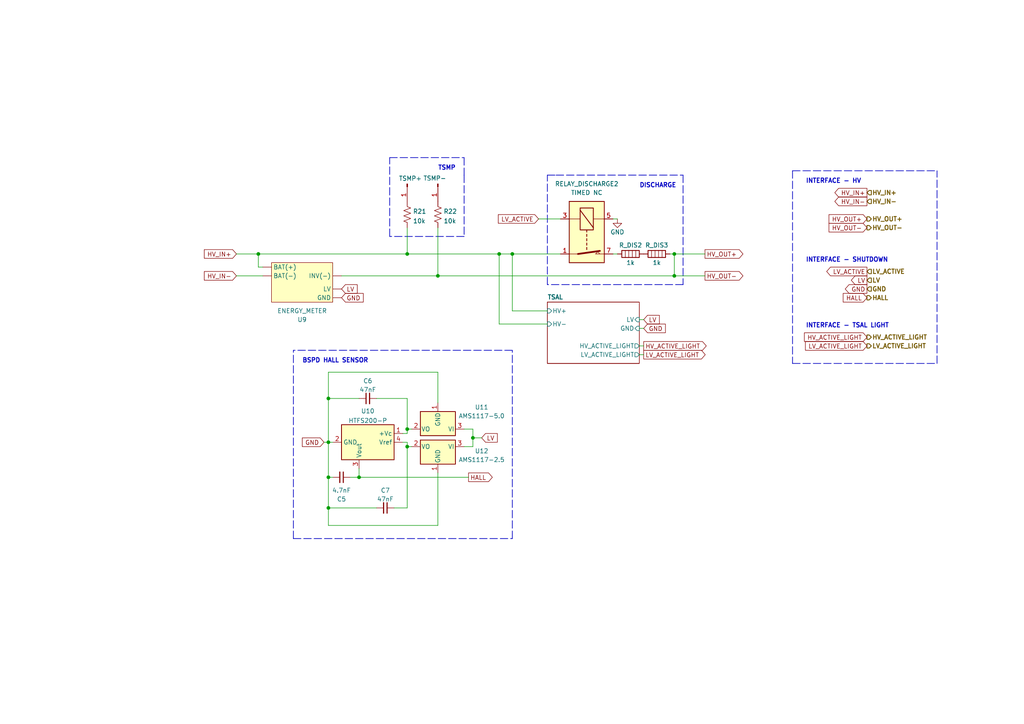
<source format=kicad_sch>
(kicad_sch (version 20211123) (generator eeschema)

  (uuid 7c790b85-3190-4d10-8ca5-7cfa6716b333)

  (paper "A4")

  (lib_symbols
    (symbol "A-FA_PARTS:ENERGY_METER" (in_bom yes) (on_board yes)
      (property "Reference" "U" (id 0) (at 0 10.16 0)
        (effects (font (size 1.27 1.27)))
      )
      (property "Value" "ENERGY_METER" (id 1) (at 0 7.62 0)
        (effects (font (size 1.27 1.27)))
      )
      (property "Footprint" "" (id 2) (at -3.81 5.08 0)
        (effects (font (size 1.27 1.27)) hide)
      )
      (property "Datasheet" "" (id 3) (at -3.81 5.08 0)
        (effects (font (size 1.27 1.27)) hide)
      )
      (symbol "ENERGY_METER_0_1"
        (rectangle (start -8.89 6.35) (end 8.89 -5.08)
          (stroke (width 0.1524) (type default) (color 0 0 0 0))
          (fill (type background))
        )
      )
      (symbol "ENERGY_METER_1_1"
        (pin input line (at -11.43 5.08 0) (length 2.54)
          (name "BAT(+)" (effects (font (size 1.27 1.27))))
          (number "" (effects (font (size 1.27 1.27))))
        )
        (pin input line (at -11.43 2.54 0) (length 2.54)
          (name "BAT(-)" (effects (font (size 1.27 1.27))))
          (number "" (effects (font (size 1.27 1.27))))
        )
        (pin input line (at 11.43 -3.81 180) (length 2.54)
          (name "GND" (effects (font (size 1.27 1.27))))
          (number "" (effects (font (size 1.27 1.27))))
        )
        (pin input line (at 11.43 2.54 180) (length 2.54)
          (name "INV(-)" (effects (font (size 1.27 1.27))))
          (number "" (effects (font (size 1.27 1.27))))
        )
        (pin input line (at 11.43 -1.27 180) (length 2.54)
          (name "LV" (effects (font (size 1.27 1.27))))
          (number "" (effects (font (size 1.27 1.27))))
        )
      )
    )
    (symbol "Connector:Conn_01x01_Male" (pin_names (offset 1.016) hide) (in_bom yes) (on_board yes)
      (property "Reference" "J" (id 0) (at 0 2.54 0)
        (effects (font (size 1.27 1.27)))
      )
      (property "Value" "Conn_01x01_Male" (id 1) (at 0 -2.54 0)
        (effects (font (size 1.27 1.27)))
      )
      (property "Footprint" "" (id 2) (at 0 0 0)
        (effects (font (size 1.27 1.27)) hide)
      )
      (property "Datasheet" "~" (id 3) (at 0 0 0)
        (effects (font (size 1.27 1.27)) hide)
      )
      (property "ki_keywords" "connector" (id 4) (at 0 0 0)
        (effects (font (size 1.27 1.27)) hide)
      )
      (property "ki_description" "Generic connector, single row, 01x01, script generated (kicad-library-utils/schlib/autogen/connector/)" (id 5) (at 0 0 0)
        (effects (font (size 1.27 1.27)) hide)
      )
      (property "ki_fp_filters" "Connector*:*" (id 6) (at 0 0 0)
        (effects (font (size 1.27 1.27)) hide)
      )
      (symbol "Conn_01x01_Male_1_1"
        (polyline
          (pts
            (xy 1.27 0)
            (xy 0.8636 0)
          )
          (stroke (width 0.1524) (type default) (color 0 0 0 0))
          (fill (type none))
        )
        (rectangle (start 0.8636 0.127) (end 0 -0.127)
          (stroke (width 0.1524) (type default) (color 0 0 0 0))
          (fill (type outline))
        )
        (pin passive line (at 5.08 0 180) (length 3.81)
          (name "Pin_1" (effects (font (size 1.27 1.27))))
          (number "1" (effects (font (size 1.27 1.27))))
        )
      )
    )
    (symbol "Device:C_Small" (pin_numbers hide) (pin_names (offset 0.254) hide) (in_bom yes) (on_board yes)
      (property "Reference" "C" (id 0) (at 0.254 1.778 0)
        (effects (font (size 1.27 1.27)) (justify left))
      )
      (property "Value" "C_Small" (id 1) (at 0.254 -2.032 0)
        (effects (font (size 1.27 1.27)) (justify left))
      )
      (property "Footprint" "" (id 2) (at 0 0 0)
        (effects (font (size 1.27 1.27)) hide)
      )
      (property "Datasheet" "~" (id 3) (at 0 0 0)
        (effects (font (size 1.27 1.27)) hide)
      )
      (property "ki_keywords" "capacitor cap" (id 4) (at 0 0 0)
        (effects (font (size 1.27 1.27)) hide)
      )
      (property "ki_description" "Unpolarized capacitor, small symbol" (id 5) (at 0 0 0)
        (effects (font (size 1.27 1.27)) hide)
      )
      (property "ki_fp_filters" "C_*" (id 6) (at 0 0 0)
        (effects (font (size 1.27 1.27)) hide)
      )
      (symbol "C_Small_0_1"
        (polyline
          (pts
            (xy -1.524 -0.508)
            (xy 1.524 -0.508)
          )
          (stroke (width 0.3302) (type default) (color 0 0 0 0))
          (fill (type none))
        )
        (polyline
          (pts
            (xy -1.524 0.508)
            (xy 1.524 0.508)
          )
          (stroke (width 0.3048) (type default) (color 0 0 0 0))
          (fill (type none))
        )
      )
      (symbol "C_Small_1_1"
        (pin passive line (at 0 2.54 270) (length 2.032)
          (name "~" (effects (font (size 1.27 1.27))))
          (number "1" (effects (font (size 1.27 1.27))))
        )
        (pin passive line (at 0 -2.54 90) (length 2.032)
          (name "~" (effects (font (size 1.27 1.27))))
          (number "2" (effects (font (size 1.27 1.27))))
        )
      )
    )
    (symbol "Device:Heater" (pin_numbers hide) (pin_names (offset 0)) (in_bom yes) (on_board yes)
      (property "Reference" "R" (id 0) (at 2.032 0 90)
        (effects (font (size 1.27 1.27)))
      )
      (property "Value" "Heater" (id 1) (at -2.032 0 90)
        (effects (font (size 1.27 1.27)))
      )
      (property "Footprint" "" (id 2) (at -1.778 0 90)
        (effects (font (size 1.27 1.27)) hide)
      )
      (property "Datasheet" "~" (id 3) (at 0 0 0)
        (effects (font (size 1.27 1.27)) hide)
      )
      (property "ki_keywords" "heater R resistor" (id 4) (at 0 0 0)
        (effects (font (size 1.27 1.27)) hide)
      )
      (property "ki_description" "Resistive heater" (id 5) (at 0 0 0)
        (effects (font (size 1.27 1.27)) hide)
      )
      (symbol "Heater_0_1"
        (rectangle (start -1.016 -2.54) (end 1.016 2.54)
          (stroke (width 0.254) (type default) (color 0 0 0 0))
          (fill (type none))
        )
        (polyline
          (pts
            (xy -1.016 1.524)
            (xy 1.016 1.524)
          )
          (stroke (width 0) (type default) (color 0 0 0 0))
          (fill (type none))
        )
        (polyline
          (pts
            (xy 1.016 -1.524)
            (xy -1.016 -1.524)
          )
          (stroke (width 0) (type default) (color 0 0 0 0))
          (fill (type none))
        )
        (polyline
          (pts
            (xy 1.016 -0.508)
            (xy -1.016 -0.508)
          )
          (stroke (width 0) (type default) (color 0 0 0 0))
          (fill (type none))
        )
        (polyline
          (pts
            (xy 1.016 0.508)
            (xy -1.016 0.508)
          )
          (stroke (width 0) (type default) (color 0 0 0 0))
          (fill (type none))
        )
      )
      (symbol "Heater_1_1"
        (pin passive line (at 0 3.81 270) (length 1.27)
          (name "~" (effects (font (size 1.27 1.27))))
          (number "1" (effects (font (size 1.27 1.27))))
        )
        (pin passive line (at 0 -3.81 90) (length 1.27)
          (name "~" (effects (font (size 1.27 1.27))))
          (number "2" (effects (font (size 1.27 1.27))))
        )
      )
    )
    (symbol "Device:R_US" (pin_numbers hide) (pin_names (offset 0)) (in_bom yes) (on_board yes)
      (property "Reference" "R" (id 0) (at 2.54 0 90)
        (effects (font (size 1.27 1.27)))
      )
      (property "Value" "R_US" (id 1) (at -2.54 0 90)
        (effects (font (size 1.27 1.27)))
      )
      (property "Footprint" "" (id 2) (at 1.016 -0.254 90)
        (effects (font (size 1.27 1.27)) hide)
      )
      (property "Datasheet" "~" (id 3) (at 0 0 0)
        (effects (font (size 1.27 1.27)) hide)
      )
      (property "ki_keywords" "R res resistor" (id 4) (at 0 0 0)
        (effects (font (size 1.27 1.27)) hide)
      )
      (property "ki_description" "Resistor, US symbol" (id 5) (at 0 0 0)
        (effects (font (size 1.27 1.27)) hide)
      )
      (property "ki_fp_filters" "R_*" (id 6) (at 0 0 0)
        (effects (font (size 1.27 1.27)) hide)
      )
      (symbol "R_US_0_1"
        (polyline
          (pts
            (xy 0 -2.286)
            (xy 0 -2.54)
          )
          (stroke (width 0) (type default) (color 0 0 0 0))
          (fill (type none))
        )
        (polyline
          (pts
            (xy 0 2.286)
            (xy 0 2.54)
          )
          (stroke (width 0) (type default) (color 0 0 0 0))
          (fill (type none))
        )
        (polyline
          (pts
            (xy 0 -0.762)
            (xy 1.016 -1.143)
            (xy 0 -1.524)
            (xy -1.016 -1.905)
            (xy 0 -2.286)
          )
          (stroke (width 0) (type default) (color 0 0 0 0))
          (fill (type none))
        )
        (polyline
          (pts
            (xy 0 0.762)
            (xy 1.016 0.381)
            (xy 0 0)
            (xy -1.016 -0.381)
            (xy 0 -0.762)
          )
          (stroke (width 0) (type default) (color 0 0 0 0))
          (fill (type none))
        )
        (polyline
          (pts
            (xy 0 2.286)
            (xy 1.016 1.905)
            (xy 0 1.524)
            (xy -1.016 1.143)
            (xy 0 0.762)
          )
          (stroke (width 0) (type default) (color 0 0 0 0))
          (fill (type none))
        )
      )
      (symbol "R_US_1_1"
        (pin passive line (at 0 3.81 270) (length 1.27)
          (name "~" (effects (font (size 1.27 1.27))))
          (number "1" (effects (font (size 1.27 1.27))))
        )
        (pin passive line (at 0 -3.81 90) (length 1.27)
          (name "~" (effects (font (size 1.27 1.27))))
          (number "2" (effects (font (size 1.27 1.27))))
        )
      )
    )
    (symbol "Regulator_Linear:AMS1117-2.5" (pin_names (offset 0.254)) (in_bom yes) (on_board yes)
      (property "Reference" "U" (id 0) (at -3.81 3.175 0)
        (effects (font (size 1.27 1.27)))
      )
      (property "Value" "AMS1117-2.5" (id 1) (at 0 3.175 0)
        (effects (font (size 1.27 1.27)) (justify left))
      )
      (property "Footprint" "Package_TO_SOT_SMD:SOT-223-3_TabPin2" (id 2) (at 0 5.08 0)
        (effects (font (size 1.27 1.27)) hide)
      )
      (property "Datasheet" "http://www.advanced-monolithic.com/pdf/ds1117.pdf" (id 3) (at 2.54 -6.35 0)
        (effects (font (size 1.27 1.27)) hide)
      )
      (property "ki_keywords" "linear regulator ldo fixed positive" (id 4) (at 0 0 0)
        (effects (font (size 1.27 1.27)) hide)
      )
      (property "ki_description" "1A Low Dropout regulator, positive, 2.5V fixed output, SOT-223" (id 5) (at 0 0 0)
        (effects (font (size 1.27 1.27)) hide)
      )
      (property "ki_fp_filters" "SOT?223*TabPin2*" (id 6) (at 0 0 0)
        (effects (font (size 1.27 1.27)) hide)
      )
      (symbol "AMS1117-2.5_0_1"
        (rectangle (start -5.08 -5.08) (end 5.08 1.905)
          (stroke (width 0.254) (type default) (color 0 0 0 0))
          (fill (type background))
        )
      )
      (symbol "AMS1117-2.5_1_1"
        (pin power_in line (at 0 -7.62 90) (length 2.54)
          (name "GND" (effects (font (size 1.27 1.27))))
          (number "1" (effects (font (size 1.27 1.27))))
        )
        (pin power_out line (at 7.62 0 180) (length 2.54)
          (name "VO" (effects (font (size 1.27 1.27))))
          (number "2" (effects (font (size 1.27 1.27))))
        )
        (pin power_in line (at -7.62 0 0) (length 2.54)
          (name "VI" (effects (font (size 1.27 1.27))))
          (number "3" (effects (font (size 1.27 1.27))))
        )
      )
    )
    (symbol "Regulator_Linear:AMS1117-5.0" (pin_names (offset 0.254)) (in_bom yes) (on_board yes)
      (property "Reference" "U" (id 0) (at -3.81 3.175 0)
        (effects (font (size 1.27 1.27)))
      )
      (property "Value" "AMS1117-5.0" (id 1) (at 0 3.175 0)
        (effects (font (size 1.27 1.27)) (justify left))
      )
      (property "Footprint" "Package_TO_SOT_SMD:SOT-223-3_TabPin2" (id 2) (at 0 5.08 0)
        (effects (font (size 1.27 1.27)) hide)
      )
      (property "Datasheet" "http://www.advanced-monolithic.com/pdf/ds1117.pdf" (id 3) (at 2.54 -6.35 0)
        (effects (font (size 1.27 1.27)) hide)
      )
      (property "ki_keywords" "linear regulator ldo fixed positive" (id 4) (at 0 0 0)
        (effects (font (size 1.27 1.27)) hide)
      )
      (property "ki_description" "1A Low Dropout regulator, positive, 5.0V fixed output, SOT-223" (id 5) (at 0 0 0)
        (effects (font (size 1.27 1.27)) hide)
      )
      (property "ki_fp_filters" "SOT?223*TabPin2*" (id 6) (at 0 0 0)
        (effects (font (size 1.27 1.27)) hide)
      )
      (symbol "AMS1117-5.0_0_1"
        (rectangle (start -5.08 -5.08) (end 5.08 1.905)
          (stroke (width 0.254) (type default) (color 0 0 0 0))
          (fill (type background))
        )
      )
      (symbol "AMS1117-5.0_1_1"
        (pin power_in line (at 0 -7.62 90) (length 2.54)
          (name "GND" (effects (font (size 1.27 1.27))))
          (number "1" (effects (font (size 1.27 1.27))))
        )
        (pin power_out line (at 7.62 0 180) (length 2.54)
          (name "VO" (effects (font (size 1.27 1.27))))
          (number "2" (effects (font (size 1.27 1.27))))
        )
        (pin power_in line (at -7.62 0 0) (length 2.54)
          (name "VI" (effects (font (size 1.27 1.27))))
          (number "3" (effects (font (size 1.27 1.27))))
        )
      )
    )
    (symbol "Relay:MSxx-1Bxx-75" (in_bom yes) (on_board yes)
      (property "Reference" "K" (id 0) (at 8.89 3.81 0)
        (effects (font (size 1.27 1.27)) (justify left))
      )
      (property "Value" "MSxx-1Bxx-75" (id 1) (at 8.89 1.27 0)
        (effects (font (size 1.27 1.27)) (justify left))
      )
      (property "Footprint" "Relay_THT:Relay_SPST_StandexMeder_MS_Form1AB" (id 2) (at 8.89 -1.27 0)
        (effects (font (size 1.27 1.27)) (justify left) hide)
      )
      (property "Datasheet" "https://standexelectronics.com/de/produkte/ms-reed-relais/" (id 3) (at 0 0 0)
        (effects (font (size 1.27 1.27)) hide)
      )
      (property "ki_keywords" "Single Pole Reed Relay SPST" (id 4) (at 0 0 0)
        (effects (font (size 1.27 1.27)) hide)
      )
      (property "ki_description" "Standex Meder MS reed relay, SPST, Opening Contact" (id 5) (at 0 0 0)
        (effects (font (size 1.27 1.27)) hide)
      )
      (property "ki_fp_filters" "Relay*SPST*StandexMeder*MS*Form1AB*" (id 6) (at 0 0 0)
        (effects (font (size 1.27 1.27)) hide)
      )
      (symbol "MSxx-1Bxx-75_0_0"
        (polyline
          (pts
            (xy 5.08 5.08)
            (xy 5.08 2.54)
            (xy 4.445 3.175)
            (xy 5.08 3.81)
          )
          (stroke (width 0) (type default) (color 0 0 0 0))
          (fill (type none))
        )
      )
      (symbol "MSxx-1Bxx-75_0_1"
        (rectangle (start -10.16 5.08) (end 7.62 -5.08)
          (stroke (width 0.254) (type default) (color 0 0 0 0))
          (fill (type background))
        )
        (rectangle (start -8.255 1.905) (end -1.905 -1.905)
          (stroke (width 0.254) (type default) (color 0 0 0 0))
          (fill (type none))
        )
        (polyline
          (pts
            (xy -7.62 -1.905)
            (xy -2.54 1.905)
          )
          (stroke (width 0.254) (type default) (color 0 0 0 0))
          (fill (type none))
        )
        (polyline
          (pts
            (xy -5.08 -5.08)
            (xy -5.08 -1.905)
          )
          (stroke (width 0) (type default) (color 0 0 0 0))
          (fill (type none))
        )
        (polyline
          (pts
            (xy -5.08 5.08)
            (xy -5.08 1.905)
          )
          (stroke (width 0) (type default) (color 0 0 0 0))
          (fill (type none))
        )
        (polyline
          (pts
            (xy -1.905 0)
            (xy -1.27 0)
          )
          (stroke (width 0.254) (type default) (color 0 0 0 0))
          (fill (type none))
        )
        (polyline
          (pts
            (xy -0.635 0)
            (xy 0 0)
          )
          (stroke (width 0.254) (type default) (color 0 0 0 0))
          (fill (type none))
        )
        (polyline
          (pts
            (xy 0.635 0)
            (xy 1.27 0)
          )
          (stroke (width 0.254) (type default) (color 0 0 0 0))
          (fill (type none))
        )
        (polyline
          (pts
            (xy 1.905 0)
            (xy 2.54 0)
          )
          (stroke (width 0.254) (type default) (color 0 0 0 0))
          (fill (type none))
        )
        (polyline
          (pts
            (xy 3.175 0)
            (xy 3.81 0)
          )
          (stroke (width 0.254) (type default) (color 0 0 0 0))
          (fill (type none))
        )
        (polyline
          (pts
            (xy 5.08 -2.54)
            (xy 4.191 3.81)
          )
          (stroke (width 0.508) (type default) (color 0 0 0 0))
          (fill (type none))
        )
        (polyline
          (pts
            (xy 5.08 -2.54)
            (xy 5.08 -5.08)
          )
          (stroke (width 0) (type default) (color 0 0 0 0))
          (fill (type none))
        )
      )
      (symbol "MSxx-1Bxx-75_1_1"
        (pin passive line (at 5.08 -7.62 90) (length 2.54)
          (name "~" (effects (font (size 1.27 1.27))))
          (number "1" (effects (font (size 1.27 1.27))))
        )
        (pin passive line (at -5.08 -7.62 90) (length 2.54)
          (name "~" (effects (font (size 1.27 1.27))))
          (number "3" (effects (font (size 1.27 1.27))))
        )
        (pin passive line (at -5.08 7.62 270) (length 2.54)
          (name "~" (effects (font (size 1.27 1.27))))
          (number "5" (effects (font (size 1.27 1.27))))
        )
        (pin passive line (at 5.08 7.62 270) (length 2.54)
          (name "~" (effects (font (size 1.27 1.27))))
          (number "7" (effects (font (size 1.27 1.27))))
        )
      )
    )
    (symbol "Sensor_Current:HTFS200-P" (in_bom yes) (on_board yes)
      (property "Reference" "U" (id 0) (at 0 12.7 0)
        (effects (font (size 1.27 1.27)) (justify right))
      )
      (property "Value" "HTFS200-P" (id 1) (at 0 10.16 0)
        (effects (font (size 1.27 1.27)) (justify right))
      )
      (property "Footprint" "Sensor_Current:LEM_HTFS" (id 2) (at 0 0 0)
        (effects (font (size 1.27 1.27)) hide)
      )
      (property "Datasheet" "https://www.lem.com/sites/default/files/products_datasheets/htfs_200_800-p.pdf" (id 3) (at 0 0 0)
        (effects (font (size 1.27 1.27)) hide)
      )
      (property "ki_keywords" "current transducer" (id 4) (at 0 0 0)
        (effects (font (size 1.27 1.27)) hide)
      )
      (property "ki_description" "Current Transducer, 200A, Unipolar, 5V" (id 5) (at 0 0 0)
        (effects (font (size 1.27 1.27)) hide)
      )
      (property "ki_fp_filters" "LEM*HTFS*" (id 6) (at 0 0 0)
        (effects (font (size 1.27 1.27)) hide)
      )
      (symbol "HTFS200-P_0_1"
        (rectangle (start 0 7.62) (end 10.16 -7.62)
          (stroke (width 0.254) (type default) (color 0 0 0 0))
          (fill (type background))
        )
      )
      (symbol "HTFS200-P_1_1"
        (pin power_in line (at 2.54 10.16 270) (length 2.54)
          (name "+Vc" (effects (font (size 1.27 1.27))))
          (number "1" (effects (font (size 1.27 1.27))))
        )
        (pin power_in line (at 5.08 -10.16 90) (length 2.54)
          (name "GND" (effects (font (size 1.27 1.27))))
          (number "2" (effects (font (size 1.27 1.27))))
        )
        (pin output line (at 12.7 -2.54 180) (length 2.54)
          (name "Vout" (effects (font (size 1.27 1.27))))
          (number "3" (effects (font (size 1.27 1.27))))
        )
        (pin passive line (at 5.08 10.16 270) (length 2.54)
          (name "Vref" (effects (font (size 1.27 1.27))))
          (number "4" (effects (font (size 1.27 1.27))))
        )
      )
    )
    (symbol "power:GND" (power) (pin_names (offset 0)) (in_bom yes) (on_board yes)
      (property "Reference" "#PWR" (id 0) (at 0 -6.35 0)
        (effects (font (size 1.27 1.27)) hide)
      )
      (property "Value" "GND" (id 1) (at 0 -3.81 0)
        (effects (font (size 1.27 1.27)))
      )
      (property "Footprint" "" (id 2) (at 0 0 0)
        (effects (font (size 1.27 1.27)) hide)
      )
      (property "Datasheet" "" (id 3) (at 0 0 0)
        (effects (font (size 1.27 1.27)) hide)
      )
      (property "ki_keywords" "power-flag" (id 4) (at 0 0 0)
        (effects (font (size 1.27 1.27)) hide)
      )
      (property "ki_description" "Power symbol creates a global label with name \"GND\" , ground" (id 5) (at 0 0 0)
        (effects (font (size 1.27 1.27)) hide)
      )
      (symbol "GND_0_1"
        (polyline
          (pts
            (xy 0 0)
            (xy 0 -1.27)
            (xy 1.27 -1.27)
            (xy 0 -2.54)
            (xy -1.27 -1.27)
            (xy 0 -1.27)
          )
          (stroke (width 0) (type default) (color 0 0 0 0))
          (fill (type none))
        )
      )
      (symbol "GND_1_1"
        (pin power_in line (at 0 0 270) (length 0) hide
          (name "GND" (effects (font (size 1.27 1.27))))
          (number "1" (effects (font (size 1.27 1.27))))
        )
      )
    )
  )

  (junction (at 95.25 138.43) (diameter 0) (color 0 0 0 0)
    (uuid 00e06909-2ba2-41ef-831c-c491b65a3bd0)
  )
  (junction (at 148.59 73.66) (diameter 0) (color 0 0 0 0)
    (uuid 1700430a-af9b-470e-adac-938ea2050f82)
  )
  (junction (at 118.11 129.54) (diameter 0) (color 0 0 0 0)
    (uuid 309db60c-904a-426c-b14f-a7835dcf20f5)
  )
  (junction (at 95.25 115.57) (diameter 0) (color 0 0 0 0)
    (uuid 32c07969-83f2-479a-aba1-b69845c71d5f)
  )
  (junction (at 118.11 73.66) (diameter 0) (color 0 0 0 0)
    (uuid 384e53d3-f3db-46bf-aaa6-6adfeede668e)
  )
  (junction (at 127 80.01) (diameter 0) (color 0 0 0 0)
    (uuid 3f7972e0-55dd-4b70-83bf-9af1e3643ef7)
  )
  (junction (at 95.25 128.27) (diameter 0) (color 0 0 0 0)
    (uuid 581ac4ed-2dee-4556-98b7-63b09b8f0ec2)
  )
  (junction (at 118.11 124.46) (diameter 0) (color 0 0 0 0)
    (uuid 6b8a4d1e-df8b-42d8-9b6d-df01d1548cf5)
  )
  (junction (at 144.78 73.66) (diameter 0) (color 0 0 0 0)
    (uuid 83abe47d-c5bd-44ac-8c46-e5e31e9e5838)
  )
  (junction (at 137.16 127) (diameter 0) (color 0 0 0 0)
    (uuid 9bee3475-3047-46d4-a1a6-2e7a6e5333cf)
  )
  (junction (at 195.58 73.66) (diameter 0) (color 0 0 0 0)
    (uuid 9d08428e-3fec-42c4-8f5b-fad37d900919)
  )
  (junction (at 104.14 138.43) (diameter 0) (color 0 0 0 0)
    (uuid a5eb52af-d85c-42fc-955d-6bafb8ee7f4c)
  )
  (junction (at 74.93 73.66) (diameter 0) (color 0 0 0 0)
    (uuid a9611eb8-31e6-425a-8e53-d3ae96ecb22b)
  )
  (junction (at 95.25 147.32) (diameter 0) (color 0 0 0 0)
    (uuid c34ca9e2-cda0-417b-87fd-262f08f847f6)
  )
  (junction (at 195.58 80.01) (diameter 0) (color 0 0 0 0)
    (uuid e6d6be1a-880f-441a-80d4-9acf743e8662)
  )

  (wire (pts (xy 118.11 66.04) (xy 118.11 73.66))
    (stroke (width 0) (type default) (color 0 0 0 0))
    (uuid 03702e79-ae65-488d-82f7-c563f4554a9a)
  )
  (polyline (pts (xy 134.62 50.8) (xy 134.62 68.58))
    (stroke (width 0.2) (type default) (color 0 0 0 0))
    (uuid 092f8ccd-9863-41b5-bc1e-fb785c830d4b)
  )
  (polyline (pts (xy 134.62 68.58) (xy 113.03 68.58))
    (stroke (width 0.2) (type default) (color 0 0 0 0))
    (uuid 10162b76-ae8e-419a-8fa6-6762c8ab01c3)
  )

  (wire (pts (xy 118.11 124.46) (xy 118.11 115.57))
    (stroke (width 0) (type default) (color 0 0 0 0))
    (uuid 1094a403-c3db-4e9b-aa31-e37e6e887958)
  )
  (polyline (pts (xy 85.09 156.21) (xy 148.59 156.21))
    (stroke (width 0.2) (type default) (color 0 0 0 0))
    (uuid 12319532-42a0-47e2-9f2e-bdea354a6032)
  )
  (polyline (pts (xy 113.03 45.72) (xy 134.62 45.72))
    (stroke (width 0.2) (type default) (color 0 0 0 0))
    (uuid 16385cb3-4569-49cb-9760-b19231723515)
  )

  (wire (pts (xy 118.11 147.32) (xy 114.3 147.32))
    (stroke (width 0) (type default) (color 0 0 0 0))
    (uuid 17c56bd9-707e-4350-b55f-fb7b82fa6802)
  )
  (wire (pts (xy 158.75 93.98) (xy 144.78 93.98))
    (stroke (width 0) (type default) (color 0 0 0 0))
    (uuid 19eec256-430a-4971-aada-8039a2ba53af)
  )
  (wire (pts (xy 95.25 152.4) (xy 95.25 147.32))
    (stroke (width 0) (type default) (color 0 0 0 0))
    (uuid 21344c5d-ec0a-4003-98da-029b78a63d2c)
  )
  (wire (pts (xy 185.42 102.87) (xy 186.69 102.87))
    (stroke (width 0) (type default) (color 0 0 0 0))
    (uuid 295914cd-7766-4f01-9c43-439d1b7ab11e)
  )
  (wire (pts (xy 148.59 73.66) (xy 162.56 73.66))
    (stroke (width 0) (type default) (color 0 0 0 0))
    (uuid 2b1868bb-0a1a-4056-9938-db19239d38cb)
  )
  (wire (pts (xy 118.11 128.27) (xy 118.11 129.54))
    (stroke (width 0) (type default) (color 0 0 0 0))
    (uuid 317a052d-665d-4ba7-a600-3b505ea2ff39)
  )
  (wire (pts (xy 148.59 90.17) (xy 148.59 73.66))
    (stroke (width 0) (type default) (color 0 0 0 0))
    (uuid 3a136724-4b08-43aa-9112-a254a1ca900a)
  )
  (wire (pts (xy 158.75 90.17) (xy 148.59 90.17))
    (stroke (width 0) (type default) (color 0 0 0 0))
    (uuid 3b5f654c-2926-48e6-ada6-adc399ac8d6d)
  )
  (wire (pts (xy 118.11 129.54) (xy 118.11 147.32))
    (stroke (width 0) (type default) (color 0 0 0 0))
    (uuid 3bece6da-e080-49f6-97cf-5880a5b095f4)
  )
  (wire (pts (xy 93.98 128.27) (xy 95.25 128.27))
    (stroke (width 0) (type default) (color 0 0 0 0))
    (uuid 43b77a7a-beb0-4852-9d2f-154dddeb0f0b)
  )
  (wire (pts (xy 109.22 147.32) (xy 95.25 147.32))
    (stroke (width 0) (type default) (color 0 0 0 0))
    (uuid 450d5c94-4fa5-4e79-9265-1d635b294898)
  )
  (polyline (pts (xy 198.12 50.8) (xy 198.12 82.55))
    (stroke (width 0.2) (type default) (color 0 0 0 0))
    (uuid 464d960f-a1db-4fe7-bd1b-632d20be1a40)
  )
  (polyline (pts (xy 271.78 105.41) (xy 271.78 49.53))
    (stroke (width 0.2) (type default) (color 0 0 0 0))
    (uuid 47fe08c3-548b-49a6-a824-e11f1f261a2c)
  )

  (wire (pts (xy 144.78 73.66) (xy 148.59 73.66))
    (stroke (width 0) (type default) (color 0 0 0 0))
    (uuid 496fa340-1494-421f-9a77-5dadf683bde0)
  )
  (wire (pts (xy 127 152.4) (xy 95.25 152.4))
    (stroke (width 0) (type default) (color 0 0 0 0))
    (uuid 54048deb-fae8-48c5-bb6b-c2ca80fa50f9)
  )
  (wire (pts (xy 95.25 128.27) (xy 96.52 128.27))
    (stroke (width 0) (type default) (color 0 0 0 0))
    (uuid 54a8fa01-08cd-4ecc-afff-dedad7d4105f)
  )
  (wire (pts (xy 185.42 92.71) (xy 186.69 92.71))
    (stroke (width 0) (type default) (color 0 0 0 0))
    (uuid 55f59da3-6f1b-476b-a25f-3e5e832cf695)
  )
  (wire (pts (xy 95.25 128.27) (xy 95.25 138.43))
    (stroke (width 0) (type default) (color 0 0 0 0))
    (uuid 56531d54-691a-48b8-bf65-84a0ccc5383b)
  )
  (wire (pts (xy 95.25 147.32) (xy 95.25 138.43))
    (stroke (width 0) (type default) (color 0 0 0 0))
    (uuid 5667a237-a50d-4bac-819f-7d392b49512c)
  )
  (polyline (pts (xy 198.12 82.55) (xy 158.75 82.55))
    (stroke (width 0.2) (type default) (color 0 0 0 0))
    (uuid 56b3d79e-8524-4990-b53c-8b76a1ff9ee3)
  )
  (polyline (pts (xy 148.59 156.21) (xy 148.59 101.6))
    (stroke (width 0.2) (type default) (color 0 0 0 0))
    (uuid 62720471-b52b-472d-8b04-538ecbbb9d09)
  )

  (wire (pts (xy 68.58 80.01) (xy 76.2 80.01))
    (stroke (width 0) (type default) (color 0 0 0 0))
    (uuid 62b791db-3eb7-4d77-a963-5cbbbf7201a1)
  )
  (wire (pts (xy 137.16 127) (xy 139.7 127))
    (stroke (width 0) (type default) (color 0 0 0 0))
    (uuid 6adc1eea-8062-40a4-9949-0adc7ee07c2f)
  )
  (polyline (pts (xy 161.29 50.8) (xy 198.12 50.8))
    (stroke (width 0.2) (type default) (color 0 0 0 0))
    (uuid 6c7c62f6-8bf0-4930-a92c-534652aa27af)
  )
  (polyline (pts (xy 229.87 105.41) (xy 271.78 105.41))
    (stroke (width 0.2) (type default) (color 0 0 0 0))
    (uuid 6deb9d3d-24fa-4d2c-b8ec-54d76c2f3549)
  )

  (wire (pts (xy 101.6 138.43) (xy 104.14 138.43))
    (stroke (width 0) (type default) (color 0 0 0 0))
    (uuid 72415b1a-a96a-4a75-b38e-5c52403da71d)
  )
  (wire (pts (xy 134.62 129.54) (xy 137.16 129.54))
    (stroke (width 0) (type default) (color 0 0 0 0))
    (uuid 77a5bedd-86b4-40ed-ad32-ff3235d95022)
  )
  (wire (pts (xy 116.84 128.27) (xy 118.11 128.27))
    (stroke (width 0) (type default) (color 0 0 0 0))
    (uuid 797ca71c-83d0-4b51-b426-13078623e9f1)
  )
  (wire (pts (xy 95.25 115.57) (xy 95.25 128.27))
    (stroke (width 0) (type default) (color 0 0 0 0))
    (uuid 7ac64930-0eaf-4c9c-801a-7f1dc8d5b05b)
  )
  (wire (pts (xy 134.62 124.46) (xy 137.16 124.46))
    (stroke (width 0) (type default) (color 0 0 0 0))
    (uuid 87d80200-0cce-4fb1-89e2-d3ab87f9ae55)
  )
  (wire (pts (xy 179.07 63.5) (xy 177.8 63.5))
    (stroke (width 0) (type default) (color 0 0 0 0))
    (uuid 8d22b341-7c46-4f8d-ba93-f845393db476)
  )
  (wire (pts (xy 195.58 80.01) (xy 204.47 80.01))
    (stroke (width 0) (type default) (color 0 0 0 0))
    (uuid 97d4243c-abbc-48c8-bb8d-92e4778d7695)
  )
  (wire (pts (xy 76.2 77.47) (xy 74.93 77.47))
    (stroke (width 0) (type default) (color 0 0 0 0))
    (uuid 9880b843-61f3-449b-8dc6-90a5ea50d7c8)
  )
  (wire (pts (xy 68.58 73.66) (xy 74.93 73.66))
    (stroke (width 0) (type default) (color 0 0 0 0))
    (uuid 9ad87614-7ef2-4eb8-ac51-3b1c9ea4ff9b)
  )
  (wire (pts (xy 99.06 80.01) (xy 127 80.01))
    (stroke (width 0) (type default) (color 0 0 0 0))
    (uuid 9ecc9593-274c-480e-b9c8-4fd2a7b7488f)
  )
  (wire (pts (xy 179.07 73.66) (xy 177.8 73.66))
    (stroke (width 0) (type default) (color 0 0 0 0))
    (uuid 9f69d37b-a605-407b-a97b-c40eaa49c59a)
  )
  (wire (pts (xy 144.78 93.98) (xy 144.78 73.66))
    (stroke (width 0) (type default) (color 0 0 0 0))
    (uuid a5d45039-4cc4-4810-9ee4-6a4714a19001)
  )
  (wire (pts (xy 137.16 124.46) (xy 137.16 127))
    (stroke (width 0) (type default) (color 0 0 0 0))
    (uuid aa941867-72b2-4c6e-80f3-da756d1e0e6c)
  )
  (wire (pts (xy 104.14 135.89) (xy 104.14 138.43))
    (stroke (width 0) (type default) (color 0 0 0 0))
    (uuid ab854ce3-f05a-4458-a7ad-25a9e6512bfc)
  )
  (wire (pts (xy 118.11 125.73) (xy 118.11 124.46))
    (stroke (width 0) (type default) (color 0 0 0 0))
    (uuid ad205315-4084-4cb3-931b-3119107752d7)
  )
  (wire (pts (xy 95.25 107.95) (xy 95.25 115.57))
    (stroke (width 0) (type default) (color 0 0 0 0))
    (uuid af6df41f-4950-4398-9b49-2ebe88abe8af)
  )
  (wire (pts (xy 185.42 100.33) (xy 186.69 100.33))
    (stroke (width 0) (type default) (color 0 0 0 0))
    (uuid b136cd0d-8737-4a2e-86b5-06b85d371e28)
  )
  (wire (pts (xy 119.38 129.54) (xy 118.11 129.54))
    (stroke (width 0) (type default) (color 0 0 0 0))
    (uuid b2eacbd4-69c0-4152-a685-45d6c89b82fe)
  )
  (wire (pts (xy 195.58 73.66) (xy 195.58 80.01))
    (stroke (width 0) (type default) (color 0 0 0 0))
    (uuid b33e75a5-2093-4bba-bbfe-3e481aebf227)
  )
  (wire (pts (xy 104.14 138.43) (xy 135.89 138.43))
    (stroke (width 0) (type default) (color 0 0 0 0))
    (uuid b36fe48c-d08a-4ec4-9acc-399d6a692c6e)
  )
  (wire (pts (xy 127 107.95) (xy 95.25 107.95))
    (stroke (width 0) (type default) (color 0 0 0 0))
    (uuid b5822ccc-87ff-48b4-abbe-7ef4a1c5ba99)
  )
  (wire (pts (xy 118.11 73.66) (xy 144.78 73.66))
    (stroke (width 0) (type default) (color 0 0 0 0))
    (uuid b5f7f692-cafb-443e-a4a1-3fdab6dada87)
  )
  (wire (pts (xy 95.25 138.43) (xy 96.52 138.43))
    (stroke (width 0) (type default) (color 0 0 0 0))
    (uuid b7fb556c-5f8d-4b79-a1a8-55a61dbc307c)
  )
  (wire (pts (xy 127 66.04) (xy 127 80.01))
    (stroke (width 0) (type default) (color 0 0 0 0))
    (uuid bb0d1d61-4492-431b-9c0d-921b9cb1de5d)
  )
  (wire (pts (xy 74.93 73.66) (xy 118.11 73.66))
    (stroke (width 0) (type default) (color 0 0 0 0))
    (uuid bb91c0bb-ff37-4b58-8be7-921d7fc27de6)
  )
  (wire (pts (xy 194.31 73.66) (xy 195.58 73.66))
    (stroke (width 0) (type default) (color 0 0 0 0))
    (uuid be7bd103-3fdb-402c-9fb5-f1faeef3d3d6)
  )
  (wire (pts (xy 119.38 124.46) (xy 118.11 124.46))
    (stroke (width 0) (type default) (color 0 0 0 0))
    (uuid bec67900-0269-412a-b9ff-f80b9eac20d6)
  )
  (wire (pts (xy 74.93 77.47) (xy 74.93 73.66))
    (stroke (width 0) (type default) (color 0 0 0 0))
    (uuid c1c97f9b-d20f-4e25-83d9-ddcce9f21c3c)
  )
  (wire (pts (xy 116.84 125.73) (xy 118.11 125.73))
    (stroke (width 0) (type default) (color 0 0 0 0))
    (uuid c1fa8ccb-22f6-494f-8007-0b087a5efdc1)
  )
  (wire (pts (xy 104.14 115.57) (xy 95.25 115.57))
    (stroke (width 0) (type default) (color 0 0 0 0))
    (uuid c2a0113d-5147-4921-b8ce-417606905076)
  )
  (polyline (pts (xy 148.59 101.6) (xy 85.09 101.6))
    (stroke (width 0.2) (type default) (color 0 0 0 0))
    (uuid c67b22cd-3331-459d-973d-91b2f63cdadc)
  )

  (wire (pts (xy 127 137.16) (xy 127 152.4))
    (stroke (width 0) (type default) (color 0 0 0 0))
    (uuid d189c1ca-fe04-4864-a3d9-018941d71bcf)
  )
  (wire (pts (xy 195.58 73.66) (xy 204.47 73.66))
    (stroke (width 0) (type default) (color 0 0 0 0))
    (uuid d1df687f-f39e-4612-be66-489ec7caa092)
  )
  (polyline (pts (xy 158.75 82.55) (xy 158.75 50.8))
    (stroke (width 0.2) (type default) (color 0 0 0 0))
    (uuid d2a04440-2c31-43d0-942e-3bcb31e3690f)
  )

  (wire (pts (xy 185.42 95.25) (xy 186.69 95.25))
    (stroke (width 0) (type default) (color 0 0 0 0))
    (uuid d33417f9-d268-4bfe-8287-309e42786ef4)
  )
  (polyline (pts (xy 134.62 45.72) (xy 134.62 50.8))
    (stroke (width 0.2) (type default) (color 0 0 0 0))
    (uuid d7711c58-7111-4385-9d3f-e0d830f23288)
  )
  (polyline (pts (xy 113.03 68.58) (xy 113.03 45.72))
    (stroke (width 0.2) (type default) (color 0 0 0 0))
    (uuid d8da12bb-2c80-4a0c-a4c0-7dbec6e82e18)
  )
  (polyline (pts (xy 85.09 156.21) (xy 85.09 101.6))
    (stroke (width 0.2) (type default) (color 0 0 0 0))
    (uuid da9c204c-7f6d-425d-940a-5b147d8f768f)
  )

  (wire (pts (xy 137.16 127) (xy 137.16 129.54))
    (stroke (width 0) (type default) (color 0 0 0 0))
    (uuid df4aa0b5-0eb9-4025-be82-b798ea0e7698)
  )
  (wire (pts (xy 127 80.01) (xy 195.58 80.01))
    (stroke (width 0) (type default) (color 0 0 0 0))
    (uuid df5a8040-2098-49cc-9e1c-cb5d6f3d93c3)
  )
  (polyline (pts (xy 229.87 49.53) (xy 229.87 105.41))
    (stroke (width 0.2) (type default) (color 0 0 0 0))
    (uuid e3d07fee-23d7-495e-9b23-422dc716352a)
  )
  (polyline (pts (xy 158.75 50.8) (xy 161.29 50.8))
    (stroke (width 0.2) (type default) (color 0 0 0 0))
    (uuid e4316269-a038-43ef-accd-3fee9eae28e2)
  )

  (wire (pts (xy 162.56 63.5) (xy 156.21 63.5))
    (stroke (width 0) (type default) (color 0 0 0 0))
    (uuid e4c553e1-1b7c-468c-9a48-05bd02711b5c)
  )
  (polyline (pts (xy 229.87 49.53) (xy 271.78 49.53))
    (stroke (width 0.2) (type default) (color 0 0 0 0))
    (uuid ee162f83-01eb-4548-a77d-8f9d7474d846)
  )

  (wire (pts (xy 127 116.84) (xy 127 107.95))
    (stroke (width 0) (type default) (color 0 0 0 0))
    (uuid eebc2c20-0eb5-4f9c-9fd5-9d9338453c86)
  )
  (wire (pts (xy 118.11 115.57) (xy 109.22 115.57))
    (stroke (width 0) (type default) (color 0 0 0 0))
    (uuid f8dfecd9-164b-42bf-abc5-bc5d9d094f8b)
  )

  (text "INTERFACE - SHUTDOWN" (at 233.68 76.2 0)
    (effects (font (size 1.27 1.27) (thickness 0.254) bold) (justify left bottom))
    (uuid 02e095af-9921-48f6-9e5f-add4b5932351)
  )
  (text "INTERFACE - HV" (at 233.68 53.34 0)
    (effects (font (size 1.27 1.27) (thickness 0.254) bold) (justify left bottom))
    (uuid 316df732-417b-4139-9557-3b44d1af01de)
  )
  (text "INTERFACE - TSAL LIGHT\n" (at 233.68 95.25 0)
    (effects (font (size 1.27 1.27) (thickness 0.254) bold) (justify left bottom))
    (uuid 376f0caf-3438-4cd6-976a-478d3e6e5342)
  )
  (text "TSMP" (at 127 49.53 0)
    (effects (font (size 1.27 1.27) (thickness 0.254) bold) (justify left bottom))
    (uuid 817f568e-fe86-4707-841e-7062fe1e719e)
  )
  (text "BSPD HALL SENSOR" (at 87.63 105.41 0)
    (effects (font (size 1.27 1.27) (thickness 0.254) bold) (justify left bottom))
    (uuid cd3ede82-430e-4aba-bd66-8da0801aa55f)
  )
  (text "DISCHARGE" (at 185.42 54.61 0)
    (effects (font (size 1.27 1.27) (thickness 0.254) bold) (justify left bottom))
    (uuid d3e5693a-a7df-42e3-b5a5-e42c0ff1981a)
  )

  (global_label "HV_ACTIVE_LIGHT" (shape input) (at 251.46 97.79 180) (fields_autoplaced)
    (effects (font (size 1.27 1.27)) (justify right))
    (uuid 01f9aac2-be2b-4dd4-b868-34f3c17af57a)
    (property "Intersheet References" "${INTERSHEET_REFS}" (id 0) (at 233.3231 97.7106 0)
      (effects (font (size 1.27 1.27)) (justify right) hide)
    )
  )
  (global_label "HV_IN-" (shape output) (at 251.46 58.42 180) (fields_autoplaced)
    (effects (font (size 1.27 1.27)) (justify right))
    (uuid 05d0b27e-8606-4a58-93d1-e319e89015b6)
    (property "Intersheet References" "${INTERSHEET_REFS}" (id 0) (at 242.1526 58.3406 0)
      (effects (font (size 1.27 1.27)) (justify right) hide)
    )
  )
  (global_label "LV" (shape input) (at 186.69 92.71 0) (fields_autoplaced)
    (effects (font (size 1.27 1.27)) (justify left))
    (uuid 09784991-6bd3-4872-a0cf-2a0ce017933e)
    (property "Intersheet References" "${INTERSHEET_REFS}" (id 0) (at 191.2198 92.6306 0)
      (effects (font (size 1.27 1.27)) (justify left) hide)
    )
  )
  (global_label "HALL" (shape input) (at 251.46 86.36 180) (fields_autoplaced)
    (effects (font (size 1.27 1.27)) (justify right))
    (uuid 154e4843-4fe9-46c4-aed1-14041cce11d4)
    (property "Intersheet References" "${INTERSHEET_REFS}" (id 0) (at 244.5717 86.2806 0)
      (effects (font (size 1.27 1.27)) (justify right) hide)
    )
  )
  (global_label "GND" (shape input) (at 99.06 86.36 0) (fields_autoplaced)
    (effects (font (size 1.27 1.27)) (justify left))
    (uuid 1b5673ae-1ea2-41a8-aa9c-75fd7c9e6e6c)
    (property "Intersheet References" "${INTERSHEET_REFS}" (id 0) (at 105.3436 86.2806 0)
      (effects (font (size 1.27 1.27)) (justify left) hide)
    )
  )
  (global_label "LV_ACTIVE" (shape output) (at 251.46 78.74 180) (fields_autoplaced)
    (effects (font (size 1.27 1.27)) (justify right))
    (uuid 1e8e366b-5a5b-4829-a07d-532ce46447ac)
    (property "Intersheet References" "${INTERSHEET_REFS}" (id 0) (at 239.794 78.6606 0)
      (effects (font (size 1.27 1.27)) (justify right) hide)
    )
  )
  (global_label "HV_OUT-" (shape input) (at 251.46 66.04 180) (fields_autoplaced)
    (effects (font (size 1.27 1.27)) (justify right))
    (uuid 36668a88-419a-460b-a989-1d5ff0c25503)
    (property "Intersheet References" "${INTERSHEET_REFS}" (id 0) (at 240.4593 65.9606 0)
      (effects (font (size 1.27 1.27)) (justify right) hide)
    )
  )
  (global_label "GND" (shape output) (at 251.46 83.82 180) (fields_autoplaced)
    (effects (font (size 1.27 1.27)) (justify right))
    (uuid 5387724f-d038-4119-9382-4b24f837ef2a)
    (property "Intersheet References" "${INTERSHEET_REFS}" (id 0) (at 245.1764 83.7406 0)
      (effects (font (size 1.27 1.27)) (justify right) hide)
    )
  )
  (global_label "HV_IN+" (shape input) (at 68.58 73.66 180) (fields_autoplaced)
    (effects (font (size 1.27 1.27)) (justify right))
    (uuid 68d0b13a-8843-4cb3-a070-ce5049345614)
    (property "Intersheet References" "${INTERSHEET_REFS}" (id 0) (at 59.2726 73.5806 0)
      (effects (font (size 1.27 1.27)) (justify right) hide)
    )
  )
  (global_label "HV_ACTIVE_LIGHT" (shape output) (at 186.69 100.33 0) (fields_autoplaced)
    (effects (font (size 1.27 1.27)) (justify left))
    (uuid 74c65be4-7e68-451e-b2ff-5337c47cab92)
    (property "Intersheet References" "${INTERSHEET_REFS}" (id 0) (at 204.8269 100.2506 0)
      (effects (font (size 1.27 1.27)) (justify left) hide)
    )
  )
  (global_label "GND" (shape input) (at 93.98 128.27 180) (fields_autoplaced)
    (effects (font (size 1.27 1.27)) (justify right))
    (uuid 7d3f787b-cb97-4fa8-b6c8-7a3c4a27efe2)
    (property "Intersheet References" "${INTERSHEET_REFS}" (id 0) (at 87.6964 128.1906 0)
      (effects (font (size 1.27 1.27)) (justify right) hide)
    )
  )
  (global_label "HV_IN+" (shape output) (at 251.46 55.88 180) (fields_autoplaced)
    (effects (font (size 1.27 1.27)) (justify right))
    (uuid 7f2bf4f7-ce5f-44e2-b7a3-65dc6b6084d6)
    (property "Intersheet References" "${INTERSHEET_REFS}" (id 0) (at 242.1526 55.8006 0)
      (effects (font (size 1.27 1.27)) (justify right) hide)
    )
  )
  (global_label "HV_OUT-" (shape output) (at 204.47 80.01 0) (fields_autoplaced)
    (effects (font (size 1.27 1.27)) (justify left))
    (uuid 8e2b09dd-5e36-4ab8-a2e5-7867354c1ad6)
    (property "Intersheet References" "${INTERSHEET_REFS}" (id 0) (at 215.4707 79.9306 0)
      (effects (font (size 1.27 1.27)) (justify left) hide)
    )
  )
  (global_label "LV" (shape input) (at 139.7 127 0) (fields_autoplaced)
    (effects (font (size 1.27 1.27)) (justify left))
    (uuid b0ec40ba-e579-42ae-bef4-7542beb92d61)
    (property "Intersheet References" "${INTERSHEET_REFS}" (id 0) (at 144.2298 126.9206 0)
      (effects (font (size 1.27 1.27)) (justify left) hide)
    )
  )
  (global_label "HV_IN-" (shape input) (at 68.58 80.01 180) (fields_autoplaced)
    (effects (font (size 1.27 1.27)) (justify right))
    (uuid c6aa845e-a587-4a66-9a00-c01dc180fea6)
    (property "Intersheet References" "${INTERSHEET_REFS}" (id 0) (at 59.2726 79.9306 0)
      (effects (font (size 1.27 1.27)) (justify right) hide)
    )
  )
  (global_label "LV" (shape input) (at 99.06 83.82 0) (fields_autoplaced)
    (effects (font (size 1.27 1.27)) (justify left))
    (uuid ce6f8090-6f1e-457a-8f13-2cf6aac1c7a6)
    (property "Intersheet References" "${INTERSHEET_REFS}" (id 0) (at 103.5898 83.7406 0)
      (effects (font (size 1.27 1.27)) (justify left) hide)
    )
  )
  (global_label "LV_ACTIVE_LIGHT" (shape output) (at 186.69 102.87 0) (fields_autoplaced)
    (effects (font (size 1.27 1.27)) (justify left))
    (uuid d779c705-d794-49b6-86cc-37ad45ec49d5)
    (property "Intersheet References" "${INTERSHEET_REFS}" (id 0) (at 204.5245 102.7906 0)
      (effects (font (size 1.27 1.27)) (justify left) hide)
    )
  )
  (global_label "HALL" (shape output) (at 135.89 138.43 0) (fields_autoplaced)
    (effects (font (size 1.27 1.27)) (justify left))
    (uuid daa056e1-fe4e-4cf2-a334-8583b0b98589)
    (property "Intersheet References" "${INTERSHEET_REFS}" (id 0) (at 142.7783 138.3506 0)
      (effects (font (size 1.27 1.27)) (justify left) hide)
    )
  )
  (global_label "GND" (shape input) (at 186.69 95.25 0) (fields_autoplaced)
    (effects (font (size 1.27 1.27)) (justify left))
    (uuid dae52d69-3912-40d6-80d2-2e7eca2d0432)
    (property "Intersheet References" "${INTERSHEET_REFS}" (id 0) (at 192.9736 95.1706 0)
      (effects (font (size 1.27 1.27)) (justify left) hide)
    )
  )
  (global_label "HV_OUT+" (shape output) (at 204.47 73.66 0) (fields_autoplaced)
    (effects (font (size 1.27 1.27)) (justify left))
    (uuid e4757e4d-2510-4a72-b408-6297bfc0fe24)
    (property "Intersheet References" "${INTERSHEET_REFS}" (id 0) (at 215.4707 73.5806 0)
      (effects (font (size 1.27 1.27)) (justify left) hide)
    )
  )
  (global_label "HV_OUT+" (shape input) (at 251.46 63.5 180) (fields_autoplaced)
    (effects (font (size 1.27 1.27)) (justify right))
    (uuid e81ba299-0427-4b90-b3de-0c6fa05359a3)
    (property "Intersheet References" "${INTERSHEET_REFS}" (id 0) (at 240.4593 63.4206 0)
      (effects (font (size 1.27 1.27)) (justify right) hide)
    )
  )
  (global_label "LV_ACTIVE" (shape input) (at 156.21 63.5 180) (fields_autoplaced)
    (effects (font (size 1.27 1.27)) (justify right))
    (uuid e8f4353a-6d42-4a8f-9b6b-b4c57d11a82b)
    (property "Intersheet References" "${INTERSHEET_REFS}" (id 0) (at 144.544 63.4206 0)
      (effects (font (size 1.27 1.27)) (justify right) hide)
    )
  )
  (global_label "LV_ACTIVE_LIGHT" (shape input) (at 251.46 100.33 180) (fields_autoplaced)
    (effects (font (size 1.27 1.27)) (justify right))
    (uuid ec56195d-2a69-413b-a35a-71482bbcaecb)
    (property "Intersheet References" "${INTERSHEET_REFS}" (id 0) (at 233.6255 100.2506 0)
      (effects (font (size 1.27 1.27)) (justify right) hide)
    )
  )
  (global_label "LV" (shape output) (at 251.46 81.28 180) (fields_autoplaced)
    (effects (font (size 1.27 1.27)) (justify right))
    (uuid ef0c2a25-76d3-46c8-ab4c-bed16dd93933)
    (property "Intersheet References" "${INTERSHEET_REFS}" (id 0) (at 246.9302 81.2006 0)
      (effects (font (size 1.27 1.27)) (justify right) hide)
    )
  )

  (hierarchical_label "HALL" (shape output) (at 251.46 86.36 0)
    (effects (font (size 1.27 1.27) (thickness 0.254) bold) (justify left))
    (uuid 21d966b9-7b32-4512-a8ab-c1bf7a315ef0)
  )
  (hierarchical_label "HV_IN-" (shape input) (at 251.46 58.42 0)
    (effects (font (size 1.27 1.27) (thickness 0.254) bold) (justify left))
    (uuid 3d04a1a1-4e1f-4e13-b868-04acc9e11d86)
  )
  (hierarchical_label "GND" (shape input) (at 251.46 83.82 0)
    (effects (font (size 1.27 1.27) (thickness 0.254) bold) (justify left))
    (uuid 4ba110d9-e396-450d-be82-edca6053f1cd)
  )
  (hierarchical_label "HV_OUT+" (shape output) (at 251.46 63.5 0)
    (effects (font (size 1.27 1.27) (thickness 0.254) bold) (justify left))
    (uuid 6f7e2a79-1eb4-4b6f-88de-1219ef178c16)
  )
  (hierarchical_label "LV" (shape input) (at 251.46 81.28 0)
    (effects (font (size 1.27 1.27) (thickness 0.254) bold) (justify left))
    (uuid 7726005b-81ae-4a95-98a3-f7c10e0477e2)
  )
  (hierarchical_label "HV_OUT-" (shape output) (at 251.46 66.04 0)
    (effects (font (size 1.27 1.27) (thickness 0.254) bold) (justify left))
    (uuid 8400de29-0842-49be-8c29-f4b6a84af8b8)
  )
  (hierarchical_label "HV_ACTIVE_LIGHT" (shape output) (at 251.46 97.79 0)
    (effects (font (size 1.27 1.27) bold) (justify left))
    (uuid 9e6346ac-7034-4488-ad74-4aed3fbb5f7e)
  )
  (hierarchical_label "LV_ACTIVE" (shape input) (at 251.46 78.74 0)
    (effects (font (size 1.27 1.27) (thickness 0.254) bold) (justify left))
    (uuid a3334d32-d1ff-435f-a91e-fb9142710607)
  )
  (hierarchical_label "HV_IN+" (shape input) (at 251.46 55.88 0)
    (effects (font (size 1.27 1.27) (thickness 0.254) bold) (justify left))
    (uuid a3575cef-cb22-4b13-9718-83f91685aeaa)
  )
  (hierarchical_label "LV_ACTIVE_LIGHT" (shape output) (at 251.46 100.33 0)
    (effects (font (size 1.27 1.27) bold) (justify left))
    (uuid be0fb5cf-484b-4f41-a987-83e91ad9b7ea)
  )

  (symbol (lib_id "Relay:MSxx-1Bxx-75") (at 170.18 68.58 270) (unit 1)
    (in_bom yes) (on_board yes)
    (uuid 0324ae70-cea6-4a3b-9629-58d61bd00580)
    (property "Reference" "RELAY_DISCHARGE2" (id 0) (at 170.18 53.34 90))
    (property "Value" "TIMED NC" (id 1) (at 170.18 55.88 90))
    (property "Footprint" "Relay_THT:Relay_SPST_StandexMeder_MS_Form1AB" (id 2) (at 168.91 77.47 0)
      (effects (font (size 1.27 1.27)) (justify left) hide)
    )
    (property "Datasheet" "https://standexelectronics.com/de/produkte/ms-reed-relais/" (id 3) (at 170.18 68.58 0)
      (effects (font (size 1.27 1.27)) hide)
    )
    (pin "1" (uuid 247c56a0-f426-4538-af2b-285f2700e978))
    (pin "3" (uuid 200b1b7c-8cb5-42b2-ae66-a1e6575225d6))
    (pin "5" (uuid 3731b230-4d5e-4576-8c1a-e0e63404f7c9))
    (pin "7" (uuid 46da6d09-fa2a-4ff5-8e32-d0bc04199a71))
  )

  (symbol (lib_id "Regulator_Linear:AMS1117-2.5") (at 127 129.54 0) (mirror y) (unit 1)
    (in_bom yes) (on_board yes)
    (uuid 08a1271b-c6db-4544-b314-709bff271ebf)
    (property "Reference" "U12" (id 0) (at 139.7 130.81 0))
    (property "Value" "AMS1117-2.5" (id 1) (at 139.7 133.35 0))
    (property "Footprint" "Package_TO_SOT_SMD:SOT-223-3_TabPin2" (id 2) (at 127 124.46 0)
      (effects (font (size 1.27 1.27)) hide)
    )
    (property "Datasheet" "http://www.advanced-monolithic.com/pdf/ds1117.pdf" (id 3) (at 124.46 135.89 0)
      (effects (font (size 1.27 1.27)) hide)
    )
    (pin "1" (uuid 31dd5708-2364-4206-8ae8-5ed31548de66))
    (pin "2" (uuid 9c31e6c6-ec26-46a2-b0e5-03af25828d6b))
    (pin "3" (uuid 94355e5f-69d0-4c23-a670-ddf6a9adf5b0))
  )

  (symbol (lib_id "Device:Heater") (at 182.88 73.66 90) (unit 1)
    (in_bom yes) (on_board yes)
    (uuid 2e485d35-3b67-4b3a-b2a6-cfffbbcf1ea5)
    (property "Reference" "R_DIS2" (id 0) (at 182.88 71.12 90))
    (property "Value" "1k" (id 1) (at 182.88 76.2 90))
    (property "Footprint" "" (id 2) (at 182.88 75.438 90)
      (effects (font (size 1.27 1.27)) hide)
    )
    (property "Datasheet" "~" (id 3) (at 182.88 73.66 0)
      (effects (font (size 1.27 1.27)) hide)
    )
    (pin "1" (uuid 8a0dd8fd-2979-4059-99a5-d769c1232d4e))
    (pin "2" (uuid ea2e3c11-e2b5-4cd3-8691-017aec9c6142))
  )

  (symbol (lib_id "Sensor_Current:HTFS200-P") (at 106.68 123.19 270) (unit 1)
    (in_bom yes) (on_board yes) (fields_autoplaced)
    (uuid 3bc79d1f-2ffc-47f6-a574-a84e7ff406e7)
    (property "Reference" "U10" (id 0) (at 106.68 119.2235 90))
    (property "Value" "HTFS200-P" (id 1) (at 106.68 121.9986 90))
    (property "Footprint" "Sensor_Current:LEM_HTFS" (id 2) (at 106.68 123.19 0)
      (effects (font (size 1.27 1.27)) hide)
    )
    (property "Datasheet" "https://www.lem.com/sites/default/files/products_datasheets/htfs_200_800-p.pdf" (id 3) (at 106.68 123.19 0)
      (effects (font (size 1.27 1.27)) hide)
    )
    (pin "1" (uuid 57bfc82a-b80d-4fd8-9872-b7de1fd43160))
    (pin "2" (uuid e3825d65-6541-4deb-bf52-9673d88d6ab9))
    (pin "3" (uuid 9e4cbe60-91ec-4236-91a0-598ecc1f023b))
    (pin "4" (uuid 3f0b60db-a443-4ec9-84f4-b8be80597898))
  )

  (symbol (lib_id "Device:C_Small") (at 99.06 138.43 270) (mirror x) (unit 1)
    (in_bom yes) (on_board yes)
    (uuid 44df9e8d-0725-443d-88b5-e275c02c9918)
    (property "Reference" "C5" (id 0) (at 99.06 144.78 90))
    (property "Value" "4.7nF" (id 1) (at 99.06 142.24 90))
    (property "Footprint" "" (id 2) (at 99.06 138.43 0)
      (effects (font (size 1.27 1.27)) hide)
    )
    (property "Datasheet" "~" (id 3) (at 99.06 138.43 0)
      (effects (font (size 1.27 1.27)) hide)
    )
    (pin "1" (uuid 73a5be3f-f39a-45fb-9458-4d013b1d4bf1))
    (pin "2" (uuid f51854f4-7bf4-427c-b7c2-0d194cc40f55))
  )

  (symbol (lib_id "power:GND") (at 179.07 63.5 0) (unit 1)
    (in_bom yes) (on_board yes)
    (uuid 774fc312-641a-4b7a-8846-31bb9308baff)
    (property "Reference" "#PWR011" (id 0) (at 179.07 69.85 0)
      (effects (font (size 1.27 1.27)) hide)
    )
    (property "Value" "GND" (id 1) (at 179.07 67.31 0))
    (property "Footprint" "" (id 2) (at 179.07 63.5 0)
      (effects (font (size 1.27 1.27)) hide)
    )
    (property "Datasheet" "" (id 3) (at 179.07 63.5 0)
      (effects (font (size 1.27 1.27)) hide)
    )
    (pin "1" (uuid cfd6d692-a901-48e0-a2ac-47776cc14ac1))
  )

  (symbol (lib_id "Device:C_Small") (at 106.68 115.57 90) (unit 1)
    (in_bom yes) (on_board yes)
    (uuid ac325497-e7df-4007-a9b2-a7ce6bec6de2)
    (property "Reference" "C6" (id 0) (at 106.68 110.49 90))
    (property "Value" "47nF" (id 1) (at 106.68 113.03 90))
    (property "Footprint" "" (id 2) (at 106.68 115.57 0)
      (effects (font (size 1.27 1.27)) hide)
    )
    (property "Datasheet" "~" (id 3) (at 106.68 115.57 0)
      (effects (font (size 1.27 1.27)) hide)
    )
    (pin "1" (uuid 9948c0d2-df46-49b0-8631-16722f851373))
    (pin "2" (uuid e69f5808-dc6e-417a-b47b-2352fb5c2d60))
  )

  (symbol (lib_id "Device:R_US") (at 127 62.23 0) (unit 1)
    (in_bom yes) (on_board yes) (fields_autoplaced)
    (uuid b138137c-4215-412d-94ac-ac88e52c3111)
    (property "Reference" "R22" (id 0) (at 128.651 61.3215 0)
      (effects (font (size 1.27 1.27)) (justify left))
    )
    (property "Value" "10k" (id 1) (at 128.651 64.0966 0)
      (effects (font (size 1.27 1.27)) (justify left))
    )
    (property "Footprint" "" (id 2) (at 128.016 62.484 90)
      (effects (font (size 1.27 1.27)) hide)
    )
    (property "Datasheet" "~" (id 3) (at 127 62.23 0)
      (effects (font (size 1.27 1.27)) hide)
    )
    (pin "1" (uuid 31b9ea28-9a85-474b-a123-3a4294ed34ce))
    (pin "2" (uuid f2e5fddf-3514-4f1c-b5ff-dbdc7a007faf))
  )

  (symbol (lib_id "Connector:Conn_01x01_Male") (at 127 53.34 270) (unit 1)
    (in_bom yes) (on_board yes)
    (uuid bc6b08d8-b129-4847-ab84-4e0164d26ccd)
    (property "Reference" "J2" (id 0) (at 125.73 55.2451 90)
      (effects (font (size 1.27 1.27)) (justify right) hide)
    )
    (property "Value" "TSMP-" (id 1) (at 129.45 51.7 90)
      (effects (font (size 1.27 1.27)) (justify right))
    )
    (property "Footprint" "" (id 2) (at 127 53.34 0)
      (effects (font (size 1.27 1.27)) hide)
    )
    (property "Datasheet" "~" (id 3) (at 127 53.34 0)
      (effects (font (size 1.27 1.27)) hide)
    )
    (pin "1" (uuid 182ee536-4183-4f6d-8fe0-7c3abe1401f1))
  )

  (symbol (lib_id "Device:Heater") (at 190.5 73.66 90) (unit 1)
    (in_bom yes) (on_board yes)
    (uuid c0e1a23f-f2f2-4678-9176-6a68cf4715a5)
    (property "Reference" "R_DIS3" (id 0) (at 190.5 71.12 90))
    (property "Value" "1k" (id 1) (at 190.5 76.2 90))
    (property "Footprint" "" (id 2) (at 190.5 75.438 90)
      (effects (font (size 1.27 1.27)) hide)
    )
    (property "Datasheet" "~" (id 3) (at 190.5 73.66 0)
      (effects (font (size 1.27 1.27)) hide)
    )
    (pin "1" (uuid 5cb03e1f-c5b3-411f-9c3e-64b2537c581d))
    (pin "2" (uuid cafa6a06-14b6-4c1f-9905-1e13bcee828d))
  )

  (symbol (lib_id "Connector:Conn_01x01_Male") (at 118.11 53.34 270) (unit 1)
    (in_bom yes) (on_board yes)
    (uuid c5a83b4c-db77-4eb3-8a52-19fad4265aab)
    (property "Reference" "Jw2" (id 0) (at 119.38 52.7049 90)
      (effects (font (size 1.27 1.27)) (justify left) hide)
    )
    (property "Value" "TSMP+" (id 1) (at 115.66 51.76 90)
      (effects (font (size 1.27 1.27)) (justify left))
    )
    (property "Footprint" "" (id 2) (at 118.11 53.34 0)
      (effects (font (size 1.27 1.27)) hide)
    )
    (property "Datasheet" "~" (id 3) (at 118.11 53.34 0)
      (effects (font (size 1.27 1.27)) hide)
    )
    (pin "1" (uuid 2c110fc7-d40d-4e49-9053-a094d5e965de))
  )

  (symbol (lib_id "Device:R_US") (at 118.11 62.23 0) (unit 1)
    (in_bom yes) (on_board yes) (fields_autoplaced)
    (uuid d0db9d0b-50d9-459c-9dc7-25ad6b62548f)
    (property "Reference" "R21" (id 0) (at 119.761 61.3215 0)
      (effects (font (size 1.27 1.27)) (justify left))
    )
    (property "Value" "10k" (id 1) (at 119.761 64.0966 0)
      (effects (font (size 1.27 1.27)) (justify left))
    )
    (property "Footprint" "" (id 2) (at 119.126 62.484 90)
      (effects (font (size 1.27 1.27)) hide)
    )
    (property "Datasheet" "~" (id 3) (at 118.11 62.23 0)
      (effects (font (size 1.27 1.27)) hide)
    )
    (pin "1" (uuid 9e0e4ef3-6ebb-46f8-a152-09a4b63888b3))
    (pin "2" (uuid d81038de-5035-4262-8e67-38ac57dbaa5e))
  )

  (symbol (lib_id "A-FA_PARTS:ENERGY_METER") (at 87.63 82.55 0) (unit 1)
    (in_bom yes) (on_board yes)
    (uuid d36c438e-79af-44b1-ba3f-5bb1cbdad350)
    (property "Reference" "U9" (id 0) (at 87.63 92.71 0))
    (property "Value" "ENERGY_METER" (id 1) (at 87.63 90.17 0))
    (property "Footprint" "" (id 2) (at 81.28 77.47 0)
      (effects (font (size 1.27 1.27)) hide)
    )
    (property "Datasheet" "" (id 3) (at 81.28 77.47 0)
      (effects (font (size 1.27 1.27)) hide)
    )
    (pin "" (uuid ae0423b3-c0e0-453c-90b8-87781a84151c))
    (pin "" (uuid ae0423b3-c0e0-453c-90b8-87781a84151c))
    (pin "" (uuid ae0423b3-c0e0-453c-90b8-87781a84151c))
    (pin "" (uuid ae0423b3-c0e0-453c-90b8-87781a84151c))
    (pin "" (uuid ae0423b3-c0e0-453c-90b8-87781a84151c))
  )

  (symbol (lib_id "Device:C_Small") (at 111.76 147.32 270) (mirror x) (unit 1)
    (in_bom yes) (on_board yes)
    (uuid d97d2720-22b6-4007-826f-a8a3494a0625)
    (property "Reference" "C7" (id 0) (at 111.76 142.24 90))
    (property "Value" "47nF" (id 1) (at 111.76 144.78 90))
    (property "Footprint" "" (id 2) (at 111.76 147.32 0)
      (effects (font (size 1.27 1.27)) hide)
    )
    (property "Datasheet" "~" (id 3) (at 111.76 147.32 0)
      (effects (font (size 1.27 1.27)) hide)
    )
    (pin "1" (uuid 95672d7c-740d-4c6d-ade1-555076b2bd4b))
    (pin "2" (uuid c9aa7e0d-ab59-486a-94c6-02aa82a5259e))
  )

  (symbol (lib_id "Regulator_Linear:AMS1117-5.0") (at 127 124.46 180) (unit 1)
    (in_bom yes) (on_board yes)
    (uuid e82b682a-9acb-4475-b73a-f2c5bb386b51)
    (property "Reference" "U11" (id 0) (at 139.7 118.11 0))
    (property "Value" "AMS1117-5.0" (id 1) (at 139.7 120.65 0))
    (property "Footprint" "Package_TO_SOT_SMD:SOT-223-3_TabPin2" (id 2) (at 127 129.54 0)
      (effects (font (size 1.27 1.27)) hide)
    )
    (property "Datasheet" "http://www.advanced-monolithic.com/pdf/ds1117.pdf" (id 3) (at 124.46 118.11 0)
      (effects (font (size 1.27 1.27)) hide)
    )
    (pin "1" (uuid 49d1dd70-824f-4319-b52c-3edafd0102b1))
    (pin "2" (uuid 7eff1d2e-2ab4-4db4-ab02-0d69d35d8fb2))
    (pin "3" (uuid 48da017f-9d4c-4230-8feb-928f67fb5e31))
  )

  (sheet (at 158.75 87.63) (size 26.67 17.78) (fields_autoplaced)
    (stroke (width 0.1524) (type solid) (color 0 0 0 0))
    (fill (color 0 0 0 0.0000))
    (uuid bd7a4227-de39-4fe2-ac1a-4873d6d64f15)
    (property "Sheet name" "TSAL" (id 0) (at 158.75 86.9184 0)
      (effects (font (size 1.27 1.27) bold) (justify left bottom))
    )
    (property "Sheet file" "TSAL.kicad_sch" (id 1) (at 158.75 105.9946 0)
      (effects (font (size 1.27 1.27)) (justify left top) hide)
    )
    (pin "HV+" input (at 158.75 90.17 180)
      (effects (font (size 1.27 1.27)) (justify left))
      (uuid 4e1cb22d-4e8f-4a6d-a92e-2e59101a2914)
    )
    (pin "HV-" input (at 158.75 93.98 180)
      (effects (font (size 1.27 1.27)) (justify left))
      (uuid 61c5b9a0-a0cc-40d7-8a12-fd8ad00495a9)
    )
    (pin "HV_ACTIVE_LIGHT" output (at 185.42 100.33 0)
      (effects (font (size 1.27 1.27)) (justify right))
      (uuid 3a1d7c30-374a-4642-8aed-e27d90c68faa)
    )
    (pin "LV_ACTIVE_LIGHT" output (at 185.42 102.87 0)
      (effects (font (size 1.27 1.27)) (justify right))
      (uuid 5a4b63a8-48f0-4d01-a4af-9ce6c8620529)
    )
    (pin "LV" input (at 185.42 92.71 0)
      (effects (font (size 1.27 1.27)) (justify right))
      (uuid dc4fa662-a66e-465b-b166-2c52b4a43333)
    )
    (pin "GND" input (at 185.42 95.25 0)
      (effects (font (size 1.27 1.27)) (justify right))
      (uuid 15fef5eb-7dd3-4608-81e9-d0e77ccf0674)
    )
  )
)

</source>
